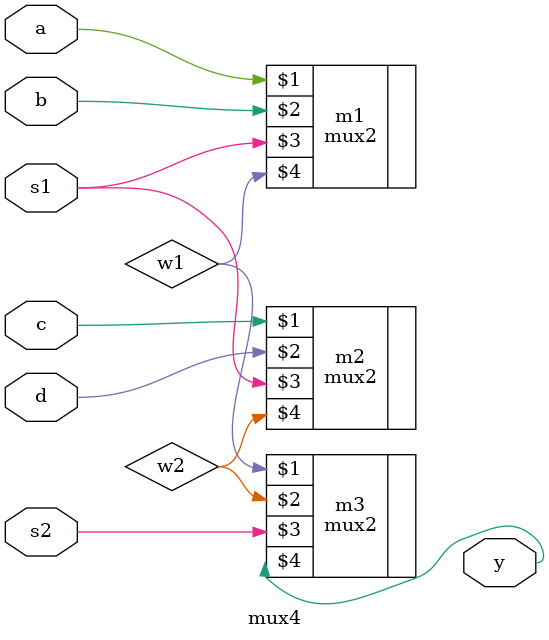
<source format=v>
module mux4(a,b,c,d,s1,s2,y);
input a,b,c,d,s1,s2;
output y;
wire w1,w2;
mux2 m1(a,b,s1,w1);
mux2 m2(c,d,s1,w2);
mux2 m3(w1,w2,s2,y);
endmodule

</source>
